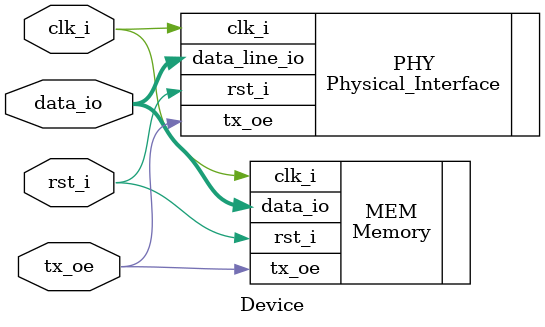
<source format=v>
`timescale 1ns / 1ps
module Device (
	input clk_i,
	input rst_i,
	input tx_oe,
	inout [7:0] data_io
	);

	// module instantiations
	// Instantiate the module
	Physical_Interface PHY (
		 .clk_i(clk_i), 
		 .rst_i(rst_i), 
		 .tx_oe(tx_oe), 
		 .data_line_io(data_io)
		 );

	// Instantiate the module
	Memory MEM (
		 .clk_i(clk_i), 
		 .rst_i(rst_i), 
		 .data_io(data_io), 
		 .tx_oe(tx_oe)
		 );
	
	


endmodule

</source>
